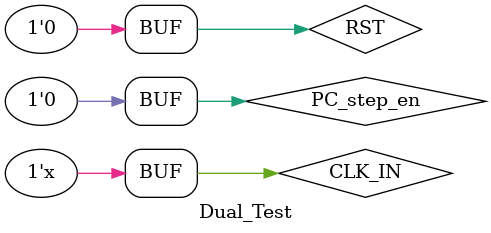
<source format=v>
`timescale 1ns / 1ps


module Dual_Test;

	// Inputs
	reg CLK_IN;
	reg RST;
	reg PC_step_en;

	// Outputs
	wire AS_N;
	wire WR_N;
	wire [31:0] AO;
	wire [31:0] DO;
	wire PA_success;
	wire PB_success;
	wire PA_pass;
	wire PB_pass;
	wire in_idle;

	// Instantiate the Unit Under Test (UUT)
	Dual_Core_Top_io_sim uut (
		.CLK_IN(CLK_IN), 
		.RST(RST), 
		.PC_step_en(PC_step_en), 
		.AS_N(AS_N), 
		.WR_N(WR_N), 
		.AO(AO), 
		.DO(DO), 
		.PA_success(PA_success), 
		.PB_success(PB_success), 
		.PA_pass(PA_pass), 
		.PB_pass(PB_pass), 
		.in_idle(in_idle)
	);

	initial 
	 CLK_IN = 1 ;
	 always #50 CLK_IN = ~ CLK_IN ; 

	initial begin
		// Initialize Inputs
		RST = 1;
		PC_step_en = 0;

		// Wait 104 ns for global reset to finish
		#104;
		
		RST = 0 ;
		
		
		
		PC_step_en = 1;
		#100;
		PC_step_en = 0;
		#1500;
		PC_step_en = 1;
		#100;
		PC_step_en = 0;
		#1500;
		PC_step_en = 1;
		#100;
		PC_step_en = 0;
		#1500;
		PC_step_en = 1;
		#100;
		PC_step_en = 0;
		#1500;
		PC_step_en = 1;
		#100;
		PC_step_en = 0;
		#1500;
		
	
	
	
	
			PC_step_en = 1;
		#100;
		PC_step_en = 0;
		#1500;
		PC_step_en = 1;
		#100;
		PC_step_en = 0;
		#1500;
		PC_step_en = 1;
		#100;
		PC_step_en = 0;
		#1500;
		PC_step_en = 1;
		#100;
		PC_step_en = 0;
		#1500;
			PC_step_en = 1;
		#100;
		PC_step_en = 0;
		#1500;
		PC_step_en = 1;
		#100;
		PC_step_en = 0;
		#1500;
		PC_step_en = 1;
		#100;
		PC_step_en = 0;
		#1500;
		PC_step_en = 1;
		#100;
		PC_step_en = 0;
		#1500;
		
		
		
		
		
		PC_step_en = 1;
		#100;
		PC_step_en = 0;
		#1500;
		PC_step_en = 1;
		#100;
		PC_step_en = 0;
		#1500;
		PC_step_en = 1;
		#100;
		PC_step_en = 0;
		#1500;
		PC_step_en = 1;
		#100;
		PC_step_en = 0;
		#1500;
		PC_step_en = 1;
		#100;
		PC_step_en = 0;
		#1500;
		PC_step_en = 1;
		#100;
		PC_step_en = 0;
		#1500;
		PC_step_en = 1;
		#100;
		PC_step_en = 0;
		#1500;
		PC_step_en = 1;
		#100;
		PC_step_en = 0;
		#1500;
		PC_step_en = 1;
		#100;
		PC_step_en = 0;
		#1500;
		PC_step_en = 1;
		#100;
		PC_step_en = 0;
		#1500;
		PC_step_en = 1;
		#100;
		PC_step_en = 0;
		#1500;
		PC_step_en = 1;
		#100;
		PC_step_en = 0;
		#1500;
		PC_step_en = 1;
		#100;
		PC_step_en = 0;
		#1500;
		PC_step_en = 1;
		#100;
		PC_step_en = 0;
		#1500;
		PC_step_en = 1;
		#100;
		PC_step_en = 0;
		#1500;
		PC_step_en = 1;
		#100;
		PC_step_en = 0;
		#1500;
		PC_step_en = 1;
		#100;
		PC_step_en = 0;
		#1500;
		PC_step_en = 1;
		#100;
		PC_step_en = 0;
		#1500;
		PC_step_en = 1;
		#100;
		PC_step_en = 0;
		#1500;
		PC_step_en = 1;
		#100;
		PC_step_en = 0;
		#1500;
		PC_step_en = 1;
		#100;
		PC_step_en = 0;
		#1500;
		PC_step_en = 1;
		#100;
		PC_step_en = 0;
		#1500;
		PC_step_en = 1;
		#100;
		PC_step_en = 0;
		#1500;
		PC_step_en = 1;
		#100;
		PC_step_en = 0;
		#1500;
		PC_step_en = 1;
		#100;
		PC_step_en = 0;
		#1500;
		PC_step_en = 1;
		#100;
		PC_step_en = 0;
		#1500;
		PC_step_en = 1;
		#100;
		PC_step_en = 0;
		#1500;
		PC_step_en = 1;
		#100;
		PC_step_en = 0;
		#1500;
		PC_step_en = 1;
		#100;
		PC_step_en = 0;
		#1500;
		PC_step_en = 1;
		#100;
		PC_step_en = 0;
		#1500;
		PC_step_en = 1;
		#100;
		PC_step_en = 0;
		#1500;
		PC_step_en = 1;
		#100;
		PC_step_en = 0;
		#1500;
		PC_step_en = 1;
		#100;
		PC_step_en = 0;
		#1500;
		PC_step_en = 1;
		#100;
		PC_step_en = 0;
		#1500;
		PC_step_en = 1;
		#100;
		PC_step_en = 0;
		#1500;
		PC_step_en = 1;
		#100;
		PC_step_en = 0;
		#1500;
		PC_step_en = 1;
		#100;
		PC_step_en = 0;
		#1500;
		PC_step_en = 1;
		#100;
		PC_step_en = 0;
		#1500;
		PC_step_en = 1;
		#100;
		PC_step_en = 0;
		#1500;
		PC_step_en = 1;
		#100;
		PC_step_en = 0;
		#1500;
		PC_step_en = 1;
		#100;
		PC_step_en = 0;
		#1500;
		PC_step_en = 1;
		#100;
		PC_step_en = 0;
		#1500;
		PC_step_en = 1;
		#100;
		PC_step_en = 0;
		#1500;
		PC_step_en = 1;
		#100;
		PC_step_en = 0;
		#1500;
		PC_step_en = 1;
		#100;
		PC_step_en = 0;
		#1500;
		PC_step_en = 1;
		#100;
		PC_step_en = 0;
		#1500;
		PC_step_en = 1;
		#100;
		PC_step_en = 0;
		#1500;
		PC_step_en = 1;
		#100;
		PC_step_en = 0;
		#1500;
		PC_step_en = 1;
		#100;
		PC_step_en = 0;
		#1500;
		PC_step_en = 1;
		#100;
		PC_step_en = 0;
		#1500;
		PC_step_en = 1;
		#100;
		PC_step_en = 0;
		#1500;
		PC_step_en = 1;
		#100;
		PC_step_en = 0;
		#1500;
		PC_step_en = 1;
		#100;
		PC_step_en = 0;
		#1500;
		PC_step_en = 1;
		#100;
		PC_step_en = 0;
		#1500;
		PC_step_en = 1;
		#100;
		PC_step_en = 0;
		#1500;
		PC_step_en = 1;
		#100;
		PC_step_en = 0;
		#1500;
		PC_step_en = 1;
		#100;
		PC_step_en = 0;
		#1500;
		PC_step_en = 1;
		#100;
		PC_step_en = 0;
		#1500;
		PC_step_en = 1;
		#100;
		PC_step_en = 0;
		#1500;
		PC_step_en = 1;
		#100;
		PC_step_en = 0;
		#1500;
		PC_step_en = 1;
		#100;
		PC_step_en = 0;
		#1500;
		PC_step_en = 1;
		#100;
		PC_step_en = 0;
		#1500;
		PC_step_en = 1;
		#100;
		PC_step_en = 0;
		#1500;
		PC_step_en = 1;
		#100;
		PC_step_en = 0;
		#1500;
		PC_step_en = 1;
		#100;
		PC_step_en = 0;
		#1500;
		PC_step_en = 1;
		#100;
		PC_step_en = 0;
		#1500;
		PC_step_en = 1;
		#100;
		PC_step_en = 0;
		#1500;
		PC_step_en = 1;
		#100;
		PC_step_en = 0;
		#1500;
		PC_step_en = 1;
		#100;
		PC_step_en = 0;
		#1500;
		PC_step_en = 1;
		#100;
		PC_step_en = 0;
		#1500;
		PC_step_en = 1;
		#100;
		PC_step_en = 0;
		#1500;
		PC_step_en = 1;
		#100;
		PC_step_en = 0;
		#1500;
		PC_step_en = 1;
		#100;
		PC_step_en = 0;
		#1500;
		PC_step_en = 1;
		#100;
		PC_step_en = 0;
		#1500;
		PC_step_en = 1;
		#100;
		PC_step_en = 0;
		#1500;
		PC_step_en = 1;
		#100;
		PC_step_en = 0;
		#1500;
		PC_step_en = 1;
		#100;
		PC_step_en = 0;
		#1500;
		PC_step_en = 1;
		#100;
		PC_step_en = 0;
		#1500;
		PC_step_en = 1;
		#100;
		PC_step_en = 0;
		#1500;
		PC_step_en = 1;
		#100;
		PC_step_en = 0;
		#1500;
		PC_step_en = 1;
		#100;
		PC_step_en = 0;
		#1500;
		PC_step_en = 1;
		#100;
		PC_step_en = 0;
		#1500;
		PC_step_en = 1;
		#100;
		PC_step_en = 0;
		#1500;
		PC_step_en = 1;
		#100;
		PC_step_en = 0;
		#1500;
		PC_step_en = 1;
		#100;
		PC_step_en = 0;
		#1500;
		PC_step_en = 1;
		#100;
		PC_step_en = 0;
		#1500;
		PC_step_en = 1;
		#100;
		PC_step_en = 0;
		#1500;
		PC_step_en = 1;
		#100;
		PC_step_en = 0;
		#1500;
		PC_step_en = 1;
		#100;
		PC_step_en = 0;
		#1500;
		PC_step_en = 1;
		#100;
		PC_step_en = 0;
		#1500;
		PC_step_en = 1;
		#100;
		PC_step_en = 0;
		#1500;
		PC_step_en = 1;
		#100;
		PC_step_en = 0;
		#1500;
		PC_step_en = 1;
		#100;
		PC_step_en = 0;
		#1500;
		PC_step_en = 1;
		#100;
		PC_step_en = 0;
		#1500;
		PC_step_en = 1;
		#100;
		PC_step_en = 0;
		#1500;
		PC_step_en = 1;
		#100;
		PC_step_en = 0;
		#1500;
		PC_step_en = 1;
		#100;
		PC_step_en = 0;
		#1500;
		PC_step_en = 1;
		#100;
		PC_step_en = 0;
		#1500;
		PC_step_en = 1;
		#100;
		PC_step_en = 0;
		#1500;
		PC_step_en = 1;
		#100;
		PC_step_en = 0;
		#1500;
		PC_step_en = 1;
		#100;
		PC_step_en = 0;
		#1500;
		PC_step_en = 1;
		#100;
		PC_step_en = 0;
		#1500;
		PC_step_en = 1;
		#100;
		PC_step_en = 0;
		#1500;
		PC_step_en = 1;
		#100;
		PC_step_en = 0;
		#1500;
		PC_step_en = 1;
		#100;
		PC_step_en = 0;
		#1500;
		PC_step_en = 1;
		#100;
		PC_step_en = 0;
		#1500;
		PC_step_en = 1;
		#100;
		PC_step_en = 0;
		#1500;
		PC_step_en = 1;
		#100;
		PC_step_en = 0;
		#1500;
		PC_step_en = 1;
		#100;
		PC_step_en = 0;
		#1500;
		PC_step_en = 1;
		#100;
		PC_step_en = 0;
		#1500;
		PC_step_en = 1;
		#100;
		PC_step_en = 0;
		#1500;
		PC_step_en = 1;
		#100;
		PC_step_en = 0;
		#1500;
		PC_step_en = 1;
		#100;
		PC_step_en = 0;
		#1500;
		PC_step_en = 1;
		#100;
		PC_step_en = 0;
		#1500;
		PC_step_en = 1;
		#100;
		PC_step_en = 0;
		#1500;
		PC_step_en = 1;
		#100;
		PC_step_en = 0;
		#1500;
		PC_step_en = 1;
		#100;
		PC_step_en = 0;
		#1500;
		PC_step_en = 1;
		#100;
		PC_step_en = 0;
		#1500;
		PC_step_en = 1;
		#100;
		PC_step_en = 0;
		#1500;
		PC_step_en = 1;
		#100;
		PC_step_en = 0;
		#1500;
		PC_step_en = 1;
		#100;
		PC_step_en = 0;
		#1500;
		PC_step_en = 1;
		#100;
		PC_step_en = 0;
		#1500;
		PC_step_en = 1;
		#100;
		PC_step_en = 0;
		#1500;
		PC_step_en = 1;
		#100;
		PC_step_en = 0;
		#1500;
		PC_step_en = 1;
		#100;
		PC_step_en = 0;
		#1500;
		PC_step_en = 1;
		#100;
		PC_step_en = 0;
		#1500;
		PC_step_en = 1;
		#100;
		PC_step_en = 0;
		#1500;
		PC_step_en = 1;
		#100;
		PC_step_en = 0;
		#1500;
		PC_step_en = 1;
		#100;
		PC_step_en = 0;
		#1500;
		PC_step_en = 1;
		#100;
		PC_step_en = 0;
		#1500;
		PC_step_en = 1;
		#100;
		PC_step_en = 0;
		#1500;
		PC_step_en = 1;
		#100;
		PC_step_en = 0;
		#1500;
		PC_step_en = 1;
		#100;
		PC_step_en = 0;
		#1500;
		PC_step_en = 1;
		#100;
		PC_step_en = 0;
		#1500;
		PC_step_en = 1;
		#100;
		PC_step_en = 0;
		#1500;
		PC_step_en = 1;
		#100;
		PC_step_en = 0;
		#1500;
		PC_step_en = 1;
		#100;
		PC_step_en = 0;
		#1500;
		PC_step_en = 1;
		#100;
		PC_step_en = 0;
		#1500;
		PC_step_en = 1;
		#100;
		PC_step_en = 0;
		#1500;
		PC_step_en = 1;
		#100;
		PC_step_en = 0;
		#1500;
		PC_step_en = 1;
		#100;
		PC_step_en = 0;
		#1500;
		PC_step_en = 1;
		#100;
		PC_step_en = 0;
		#1500;
		PC_step_en = 1;
		#100;
		PC_step_en = 0;
		#1500;
		PC_step_en = 1;
		#100;
		PC_step_en = 0;
		#1500;
		PC_step_en = 1;
		#100;
		PC_step_en = 0;
		#1500;
		PC_step_en = 1;
		#100;
		PC_step_en = 0;
		#1500;
		PC_step_en = 1;
		#100;
		PC_step_en = 0;
		#1500;
		PC_step_en = 1;
		#100;
		PC_step_en = 0;
		#1500;
		PC_step_en = 1;
		#100;
		PC_step_en = 0;
		#1500;
		PC_step_en = 1;
		#100;
		PC_step_en = 0;
		#1500;
		PC_step_en = 1;
		#100;
		PC_step_en = 0;
		#1500;
		PC_step_en = 1;
		#100;
		PC_step_en = 0;
		#1500;
		PC_step_en = 1;
		#100;
		PC_step_en = 0;
		#1500;
		PC_step_en = 1;
		#100;
		PC_step_en = 0;
		#1500;
		PC_step_en = 1;
		#100;
		PC_step_en = 0;
		#1500;
		PC_step_en = 1;
		#100;
		PC_step_en = 0;
		#1500;
		PC_step_en = 1;
		#100;
		PC_step_en = 0;
		#1500;
		PC_step_en = 1;
		#100;
		PC_step_en = 0;
		#1500;
		PC_step_en = 1;
		#100;
		PC_step_en = 0;
		#1500;
		PC_step_en = 1;
		#100;
		PC_step_en = 0;
		#1500;
		PC_step_en = 1;
		#100;
		PC_step_en = 0;
		#1500;
		PC_step_en = 1;
		#100;
		PC_step_en = 0;
		#1500;
		PC_step_en = 1;
		#100;
		PC_step_en = 0;
		#1500;
		PC_step_en = 1;
		#100;
		PC_step_en = 0;
		#1500;
		PC_step_en = 1;
		#100;
		PC_step_en = 0;
		#1500;
		PC_step_en = 1;
		#100;
		PC_step_en = 0;
		#1500;
		PC_step_en = 1;
		#100;
		PC_step_en = 0;
		#1500;
		PC_step_en = 1;
		#100;
		PC_step_en = 0;
		#1500;
		PC_step_en = 1;
		#100;
		PC_step_en = 0;
		#1500;
		PC_step_en = 1;
		#100;
		PC_step_en = 0;
		#1500;
		PC_step_en = 1;
		#100;
		PC_step_en = 0;
		#1500;
		PC_step_en = 1;
		#100;
		PC_step_en = 0;
		#1500;
		PC_step_en = 1;
		#100;
		PC_step_en = 0;
		#1500;
		PC_step_en = 1;
		#100;
		PC_step_en = 0;
		#1500;
		PC_step_en = 1;
		#100;
		PC_step_en = 0;
		#1500;
		PC_step_en = 1;
		#100;
		PC_step_en = 0;
		#1500;
		PC_step_en = 1;
		#100;
		PC_step_en = 0;
		#1500;
		PC_step_en = 1;
		#100;
		PC_step_en = 0;
		#1500;
		PC_step_en = 1;
		#100;
		PC_step_en = 0;
		#1500;
		PC_step_en = 1;
		#100;
		PC_step_en = 0;
		#1500;
		PC_step_en = 1;
		#100;
		PC_step_en = 0;
		#1500;
		PC_step_en = 1;
		#100;
		PC_step_en = 0;
		#1500;
		PC_step_en = 1;
		#100;
		PC_step_en = 0;
		#1500;
		PC_step_en = 1;
		#100;
		PC_step_en = 0;
		#1500;
		PC_step_en = 1;
		#100;
		PC_step_en = 0;
		#1500;
		PC_step_en = 1;
		#100;
		PC_step_en = 0;
		#1500;
		PC_step_en = 1;
		#100;
		PC_step_en = 0;
		#1500;
		PC_step_en = 1;
		#100;
		PC_step_en = 0;
		#1500;
		PC_step_en = 1;
		#100;
		PC_step_en = 0;
		#1500;
		PC_step_en = 1;
		#100;
		PC_step_en = 0;
		#1500;
		PC_step_en = 1;
		#100;
		PC_step_en = 0;
		#1500;
		PC_step_en = 1;
		#100;
		PC_step_en = 0;
		#1500;
		PC_step_en = 1;
		#100;
		PC_step_en = 0;
		#1500;
		PC_step_en = 1;
		#100;
		PC_step_en = 0;
		#1500;
		PC_step_en = 1;
		#100;
		PC_step_en = 0;
		#1500;
		PC_step_en = 1;
		#100;
		PC_step_en = 0;
		#1500;
		PC_step_en = 1;
		#100;
		PC_step_en = 0;
		#1500;
		PC_step_en = 1;
		#100;
		PC_step_en = 0;
		#1500;
		PC_step_en = 1;
		#100;
		PC_step_en = 0;
		#1500;
		PC_step_en = 1;
		#100;
		PC_step_en = 0;
		#1500;
		PC_step_en = 1;
		#100;
		PC_step_en = 0;
		#1500;
		PC_step_en = 1;
		#100;
		PC_step_en = 0;
		#1500;
		PC_step_en = 1;
		#100;
		PC_step_en = 0;
		#1500;
		PC_step_en = 1;
		#100;
		PC_step_en = 0;
		#1500;
		PC_step_en = 1;
		#100;
		PC_step_en = 0;
		#1500;
		PC_step_en = 1;
		#100;
		PC_step_en = 0;
		#1500;
		PC_step_en = 1;
		#100;
		PC_step_en = 0;
		#1500;
		PC_step_en = 1;
		#100;
		PC_step_en = 0;
		#1500;
		PC_step_en = 1;
		#100;
		PC_step_en = 0;
		#1500;
		PC_step_en = 1;
		#100;
		PC_step_en = 0;
		#1500;
		PC_step_en = 1;
		#100;
		PC_step_en = 0;
		#1500;
		PC_step_en = 1;
		#100;
		PC_step_en = 0;
		#1500;
		PC_step_en = 1;
		#100;
		PC_step_en = 0;
		#1500;
		PC_step_en = 1;
		#100;
		PC_step_en = 0;
		#1500;
		PC_step_en = 1;
		#100;
		PC_step_en = 0;
		#1500;
		PC_step_en = 1;
		#100;
		PC_step_en = 0;
		#1500;
		PC_step_en = 1;
		#100;
		PC_step_en = 0;
		#1500;
		PC_step_en = 1;
		#100;
		PC_step_en = 0;
		#1500;
		PC_step_en = 1;
		#100;
		PC_step_en = 0;
		#1500;
		PC_step_en = 1;
		#100;
		PC_step_en = 0;
		#1500;
		PC_step_en = 1;
		#100;
		PC_step_en = 0;
		#1500;
		PC_step_en = 1;
		#100;
		PC_step_en = 0;
		#1500;
		PC_step_en = 1;
		#100;
		PC_step_en = 0;
		#1500;
		PC_step_en = 1;
		#100;
		PC_step_en = 0;
		#1500;
		PC_step_en = 1;
		#100;
		PC_step_en = 0;
		#1500;
		PC_step_en = 1;
		#100;
		PC_step_en = 0;
		#1500;
		PC_step_en = 1;
		#100;
		PC_step_en = 0;
		#1500;
		PC_step_en = 1;
		#100;
		PC_step_en = 0;
		#1500;
		PC_step_en = 1;
		#100;
		PC_step_en = 0;
		#1500;
		PC_step_en = 1;
		#100;
		PC_step_en = 0;
		#1500;
		PC_step_en = 1;
		#100;
		PC_step_en = 0;
		#1500;
		PC_step_en = 1;
		#100;
		PC_step_en = 0;
		#1500;
		PC_step_en = 1;
		#100;
		PC_step_en = 0;
		#1500;
		PC_step_en = 1;
		#100;
		PC_step_en = 0;
		#1500;
		PC_step_en = 1;
		#100;
		PC_step_en = 0;
		#1500;
		PC_step_en = 1;
		#100;
		PC_step_en = 0;
		#1500;
		PC_step_en = 1;
		#100;
		PC_step_en = 0;
		#1500;
		PC_step_en = 1;
		#100;
		PC_step_en = 0;
		#1500;
		PC_step_en = 1;
		#100;
		PC_step_en = 0;
		#1500;
		PC_step_en = 1;
		#100;
		PC_step_en = 0;
		#1500;
		PC_step_en = 1;
		#100;
		PC_step_en = 0;
		#1500;
		PC_step_en = 1;
		#100;
		PC_step_en = 0;
		#1500;
		PC_step_en = 1;
		#100;
		PC_step_en = 0;
		#1500;
		PC_step_en = 1;
		#100;
		PC_step_en = 0;
		#1500;
		PC_step_en = 1;
		#100;
		PC_step_en = 0;
		#1500;
		PC_step_en = 1;
		#100;
		PC_step_en = 0;
		#1500;
		PC_step_en = 1;
		#100;
		PC_step_en = 0;
		#1500;
		PC_step_en = 1;
		#100;
		PC_step_en = 0;
		#1500;
		PC_step_en = 1;
		#100;
		PC_step_en = 0;
		#1500;
		PC_step_en = 1;
		#100;
		PC_step_en = 0;
		#1500;
		PC_step_en = 1;
		#100;
		PC_step_en = 0;
		#1500;
		PC_step_en = 1;
		#100;
		PC_step_en = 0;
		#1500;
		PC_step_en = 1;
		#100;
		PC_step_en = 0;
		#1500;
		PC_step_en = 1;
		#100;
		PC_step_en = 0;
		#1500;
		PC_step_en = 1;
		#100;
		PC_step_en = 0;
		#1500;
		PC_step_en = 1;
		#100;
		PC_step_en = 0;
		#1500;
		PC_step_en = 1;
		#100;
		PC_step_en = 0;
		#1500;
		PC_step_en = 1;
		#100;
		PC_step_en = 0;
		#1500;
		PC_step_en = 1;
		#100;
		PC_step_en = 0;
		#1500;
		PC_step_en = 1;
		#100;
		PC_step_en = 0;
		#1500;
		PC_step_en = 1;
		#100;
		PC_step_en = 0;
		#1500;
		PC_step_en = 1;
		#100;
		PC_step_en = 0;
		#1500;
		PC_step_en = 1;
		#100;
		PC_step_en = 0;
		#1500;
		PC_step_en = 1;
		#100;
		PC_step_en = 0;
		#1500;
		PC_step_en = 1;
		#100;
		PC_step_en = 0;
		#1500;
		PC_step_en = 1;
		#100;
		PC_step_en = 0;
		#1500;
		PC_step_en = 1;
		#100;
		PC_step_en = 0;
		#1500;
		PC_step_en = 1;
		#100;
		PC_step_en = 0;
		#1500;
		PC_step_en = 1;
		#100;
		PC_step_en = 0;
		#1500;
		PC_step_en = 1;
		#100;
		PC_step_en = 0;
		#1500;
		PC_step_en = 1;
		#100;
		PC_step_en = 0;
		#1500;
		PC_step_en = 1;
		#100;
		PC_step_en = 0;
		#1500;
		PC_step_en = 1;
		#100;
		PC_step_en = 0;
		#1500;
		PC_step_en = 1;
		#100;
		PC_step_en = 0;
		#1500;
		PC_step_en = 1;
		#100;
		PC_step_en = 0;
		#1500;
		PC_step_en = 1;
		#100;
		PC_step_en = 0;
		#1500;
		PC_step_en = 1;
		#100;
		PC_step_en = 0;
		#1500;
		PC_step_en = 1;
		#100;
		PC_step_en = 0;
		#1500;
		PC_step_en = 1;
		#100;
		PC_step_en = 0;
		#1500;
		PC_step_en = 1;
		#100;
		PC_step_en = 0;
		#1500;
		PC_step_en = 1;
		#100;
		PC_step_en = 0;
		#1500;
		PC_step_en = 1;
		#100;
		PC_step_en = 0;
		#1500;
		PC_step_en = 1;
		#100;
		PC_step_en = 0;
		#1500;
		PC_step_en = 1;
		#100;
		PC_step_en = 0;
		#1500;
		PC_step_en = 1;
		#100;
		PC_step_en = 0;
		#1500;
		PC_step_en = 1;
		#100;
		PC_step_en = 0;
		#1500;
		PC_step_en = 1;
		#100;
		PC_step_en = 0;
		#1500;
		PC_step_en = 1;
		#100;
		PC_step_en = 0;
		#1500;
		PC_step_en = 1;
		#100;
		PC_step_en = 0;
		#1500;
		PC_step_en = 1;
		#100;
		PC_step_en = 0;
		#1500;
		PC_step_en = 1;
		#100;
		PC_step_en = 0;
		#1500;
		PC_step_en = 1;
		#100;
		PC_step_en = 0;
		#1500;
		PC_step_en = 1;
		#100;
		PC_step_en = 0;
		#1500;
		PC_step_en = 1;
		#100;
		PC_step_en = 0;
		#1500;
		PC_step_en = 1;
		#100;
		PC_step_en = 0;
		#1500;
		PC_step_en = 1;
		#100;
		PC_step_en = 0;
		#1500;
		PC_step_en = 1;
		#100;
		PC_step_en = 0;
		#1500;
		PC_step_en = 1;
		#100;
		PC_step_en = 0;
		#1500;
		PC_step_en = 1;
		#100;
		PC_step_en = 0;
		#1500;
		PC_step_en = 1;
		#100;
		PC_step_en = 0;
		#1500;
		PC_step_en = 1;
		#100;
		PC_step_en = 0;
		#1500;
		PC_step_en = 1;
		#100;
		PC_step_en = 0;
		#1500;
		PC_step_en = 1;
		#100;
		PC_step_en = 0;
		#1500;
		PC_step_en = 1;
		#100;
		PC_step_en = 0;
		#1500;
		PC_step_en = 1;
		#100;
		PC_step_en = 0;
		#1500;
		PC_step_en = 1;
		#100;
		PC_step_en = 0;
		#1500;
		PC_step_en = 1;
		#100;
		PC_step_en = 0;
		#1500;
		PC_step_en = 1;
		#100;
		PC_step_en = 0;
		#1500;
		PC_step_en = 1;
		#100;
		PC_step_en = 0;
		#1500;
		PC_step_en = 1;
		#100;
		PC_step_en = 0;
		#1500;
		PC_step_en = 1;
		#100;
		PC_step_en = 0;
		#1500;
		PC_step_en = 1;
		#100;
		PC_step_en = 0;
		#1500;
		PC_step_en = 1;
		#100;
		PC_step_en = 0;
		#1500;
		PC_step_en = 1;
		#100;
		PC_step_en = 0;
		#1500;
		PC_step_en = 1;
		#100;
		PC_step_en = 0;
		#1500;
		PC_step_en = 1;
		#100;
		PC_step_en = 0;
		#1500;
		PC_step_en = 1;
		#100;
		PC_step_en = 0;
		#1500;
		PC_step_en = 1;
		#100;
		PC_step_en = 0;
		#1500;
		PC_step_en = 1;
		#100;
		PC_step_en = 0;
		#1500;
		PC_step_en = 1;
		#100;
		PC_step_en = 0;
		#1500;
		PC_step_en = 1;
		#100;
		PC_step_en = 0;
		#1500;
		PC_step_en = 1;
		#100;
		PC_step_en = 0;
		#1500;



	end
      
endmodule


</source>
